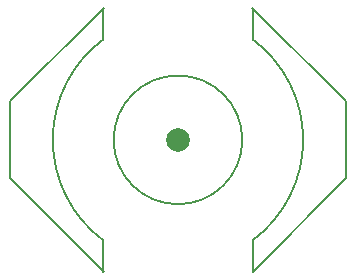
<source format=gbr>
G04 start of page 4 for group 7 layer_idx 4 *
G04 Title: (unknown), Intern *
G04 Creator: pcb-rnd 2.3.0 *
G04 CreationDate: 2021-03-02 22:43:04 UTC *
G04 For:  *
G04 Format: Gerber/RS-274X *
G04 PCB-Dimensions: 500000 500000 *
G04 PCB-Coordinate-Origin: lower left *
%MOIN*%
%FSLAX25Y25*%
%LNINTERN_COPPER_NONE_7*%
%ADD17C,0.0315*%
%ADD16C,0.0787*%
%ADD15C,0.0079*%
G54D15*X187205Y343504D02*X218504Y374803D01*
X187205Y317913D02*X218504Y286614D01*
X187205Y343504D02*Y317913D01*
X218457Y374757D02*Y364236D01*
Y297181D02*Y286661D01*
X299409Y317913D02*X268157Y286661D01*
X299409Y343504D02*X268110Y374803D01*
X299409Y343504D02*Y317913D01*
X268157Y297181D02*Y286661D01*
Y374757D02*Y364236D01*
X221850Y330709D02*G75*G03X264764Y330709I21457J0D01*G01*
G75*G03X221850Y330709I-21457J0D01*G01*
X268157Y297181D02*G75*G03X268193Y364209I-24850J33527D01*G01*
X218457Y364236D02*G75*G03X218421Y297208I24850J-33527D01*G01*
G54D16*X243307Y330709D03*
G54D17*M02*

</source>
